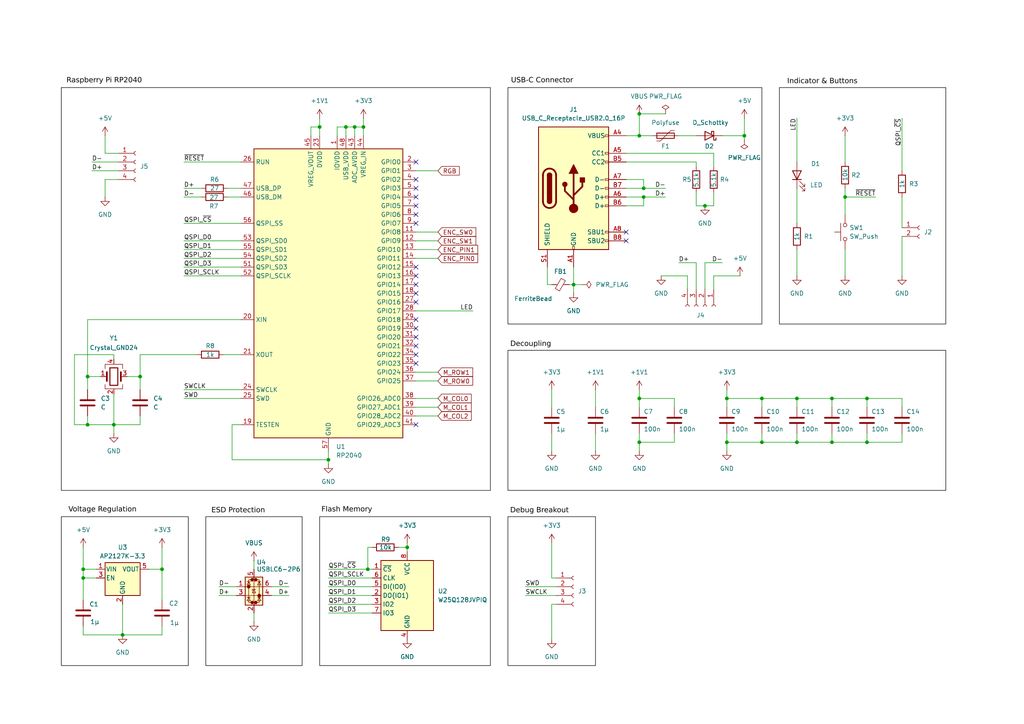
<source format=kicad_sch>
(kicad_sch (version 20231120) (generator "eeschema") (generator_version "8.0")
  (paper "A4")
  (title_block (title "HC Macropad") (date "2024-09-29") (rev "0.1.1") (company "Google") (comment 1 "Licensed under CERN-OHL-W v2") (comment 2 "Thanks to the work of Bastard Keyboards × plut0nium × freznel"))
  (lib_symbols
    (symbol "Connector:Conn_01x02_Socket" (pin_names (offset 1.016) hide)
      (property "Reference" "J" (at 0 2.54 0))
      (property "Value" "Conn_01x02_Socket" (at 0 -5.08 0))
      (symbol "Conn_01x02_Socket_1_1"
        (pin passive line (at -5.08 0 0) (length 3.81) (name "Pin_1") (number "1"))
        (pin passive line (at -5.08 -2.54 0) (length 3.81) (name "Pin_2") (number "2"))
      )
    )
    (symbol "Connector:Conn_01x04_Socket" (pin_names (offset 1.016) hide)
      (property "Reference" "J" (at 0 5.08 0))
      (property "Value" "Conn_01x04_Socket" (at 0 -7.62 0))
      (symbol "Conn_01x04_Socket_1_1"
        (pin passive line (at -5.08 2.54 0) (length 3.81) (name "Pin_1") (number "1"))
        (pin passive line (at -5.08 0 0) (length 3.81) (name "Pin_2") (number "2"))
        (pin passive line (at -5.08 -2.54 0) (length 3.81) (name "Pin_3") (number "3"))
        (pin passive line (at -5.08 -5.08 0) (length 3.81) (name "Pin_4") (number "4"))
      )
    )
    (symbol "Connector:USB_C_Receptacle_USB2.0_16P" (pin_names (offset 1.016))
      (property "Reference" "J" (at 0 22.225 0))
      (property "Value" "USB_C_Receptacle_USB2.0_16P" (at 0 19.685 0))
      (symbol "USB_C_Receptacle_USB2.0_16P_1_1"
        (pin passive line (at 0 -22.86 90) (length 5.08) (name "GND") (number "A1"))
        (pin passive line (at 0 -22.86 90) (length 5.08) hide (name "GND") (number "A12"))
        (pin passive line (at 15.24 15.24 180) (length 5.08) (name "VBUS") (number "A4"))
        (pin bidirectional line (at 15.24 10.16 180) (length 5.08) (name "CC1") (number "A5"))
        (pin bidirectional line (at 15.24 -2.54 180) (length 5.08) (name "D+") (number "A6"))
        (pin bidirectional line (at 15.24 2.54 180) (length 5.08) (name "D-") (number "A7"))
        (pin bidirectional line (at 15.24 -12.7 180) (length 5.08) (name "SBU1") (number "A8"))
        (pin passive line (at 15.24 15.24 180) (length 5.08) hide (name "VBUS") (number "A9"))
        (pin passive line (at 0 -22.86 90) (length 5.08) hide (name "GND") (number "B1"))
        (pin passive line (at 0 -22.86 90) (length 5.08) hide (name "GND") (number "B12"))
        (pin passive line (at 15.24 15.24 180) (length 5.08) hide (name "VBUS") (number "B4"))
        (pin bidirectional line (at 15.24 7.62 180) (length 5.08) (name "CC2") (number "B5"))
        (pin bidirectional line (at 15.24 -5.08 180) (length 5.08) (name "D+") (number "B6"))
        (pin bidirectional line (at 15.24 0 180) (length 5.08) (name "D-") (number "B7"))
        (pin bidirectional line (at 15.24 -15.24 180) (length 5.08) (name "SBU2") (number "B8"))
        (pin passive line (at 15.24 15.24 180) (length 5.08) hide (name "VBUS") (number "B9"))
        (pin passive line (at -7.62 -22.86 90) (length 5.08) (name "SHIELD") (number "S1"))
      )
    )
    (symbol "Device:C" (pin_numbers hide) (pin_names (offset 0.254))
      (property "Reference" "C" (at 0.635 2.54 0))
      (property "Value" "C" (at 0.635 -2.54 0))
      (symbol "C_1_1"
        (pin passive line (at 0 3.81 270) (length 2.794) (name "~") (number "1"))
        (pin passive line (at 0 -3.81 90) (length 2.794) (name "~") (number "2"))
      )
    )
    (symbol "Device:Crystal_GND24" (pin_names (offset 1.016) hide)
      (property "Reference" "Y" (at 3.175 5.08 0))
      (property "Value" "Crystal_GND24" (at 3.175 3.175 0))
      (symbol "Crystal_GND24_1_1"
        (pin passive line (at -3.81 0 0) (length 1.27) (name "1") (number "1"))
        (pin passive line (at 0 5.08 270) (length 1.27) (name "2") (number "2"))
        (pin passive line (at 3.81 0 180) (length 1.27) (name "3") (number "3"))
        (pin passive line (at 0 -5.08 90) (length 1.27) (name "4") (number "4"))
      )
    )
    (symbol "Device:D_Schottky" (pin_numbers hide) (pin_names (offset 1.016) hide)
      (property "Reference" "D" (at 0 2.54 0))
      (property "Value" "D_Schottky" (at 0 -2.54 0))
      (symbol "D_Schottky_1_1"
        (pin passive line (at -3.81 0 0) (length 2.54) (name "K") (number "1"))
        (pin passive line (at 3.81 0 180) (length 2.54) (name "A") (number "2"))
      )
    )
    (symbol "Device:FerriteBead_Small" (pin_numbers hide) (pin_names (offset 0))
      (property "Reference" "FB" (at 1.905 1.27 0))
      (property "Value" "FerriteBead_Small" (at 1.905 -1.27 0))
      (symbol "FerriteBead_Small_1_1"
        (pin passive line (at 0 2.54 270) (length 1.27) (name "~") (number "1"))
        (pin passive line (at 0 -2.54 90) (length 1.27) (name "~") (number "2"))
      )
    )
    (symbol "Device:LED" (pin_numbers hide) (pin_names (offset 1.016) hide)
      (property "Reference" "D" (at 0 2.54 0))
      (property "Value" "LED" (at 0 -2.54 0))
      (symbol "LED_1_1"
        (pin passive line (at -3.81 0 0) (length 2.54) (name "K") (number "1"))
        (pin passive line (at 3.81 0 180) (length 2.54) (name "A") (number "2"))
      )
    )
    (symbol "Device:Polyfuse" (pin_numbers hide) (pin_names (offset 0))
      (property "Reference" "F" (at -2.54 0 90))
      (property "Value" "Polyfuse" (at 2.54 0 90))
      (symbol "Polyfuse_1_1"
        (pin passive line (at 0 3.81 270) (length 1.27) (name "~") (number "1"))
        (pin passive line (at 0 -3.81 90) (length 1.27) (name "~") (number "2"))
      )
    )
    (symbol "Device:R" (pin_numbers hide) (pin_names (offset 0))
      (property "Reference" "R" (at 2.032 0 90))
      (property "Value" "R" (at 0 0 90))
      (symbol "R_1_1"
        (pin passive line (at 0 3.81 270) (length 1.27) (name "~") (number "1"))
        (pin passive line (at 0 -3.81 90) (length 1.27) (name "~") (number "2"))
      )
    )
    (symbol "MCU_RaspberryPi:RP2040"
      (property "Reference" "U" (at 17.78 45.72 0))
      (property "Value" "RP2040" (at 17.78 43.18 0))
      (symbol "RP2040_1_1"
        (pin power_in line (at 2.54 45.72 270) (length 3.81) (name "IOVDD") (number "1"))
        (pin passive line (at 2.54 45.72 270) (length 3.81) hide (name "IOVDD") (number "10"))
        (pin bidirectional line (at 25.4 17.78 180) (length 3.81) (name "GPIO8") (number "11"))
        (pin bidirectional line (at 25.4 15.24 180) (length 3.81) (name "GPIO9") (number "12"))
        (pin bidirectional line (at 25.4 12.7 180) (length 3.81) (name "GPIO10") (number "13"))
        (pin bidirectional line (at 25.4 10.16 180) (length 3.81) (name "GPIO11") (number "14"))
        (pin bidirectional line (at 25.4 7.62 180) (length 3.81) (name "GPIO12") (number "15"))
        (pin bidirectional line (at 25.4 5.08 180) (length 3.81) (name "GPIO13") (number "16"))
        (pin bidirectional line (at 25.4 2.54 180) (length 3.81) (name "GPIO14") (number "17"))
        (pin bidirectional line (at 25.4 0 180) (length 3.81) (name "GPIO15") (number "18"))
        (pin input line (at -25.4 -38.1 0) (length 3.81) (name "TESTEN") (number "19"))
        (pin bidirectional line (at 25.4 38.1 180) (length 3.81) (name "GPIO0") (number "2"))
        (pin input line (at -25.4 -7.62 0) (length 3.81) (name "XIN") (number "20"))
        (pin passive line (at -25.4 -17.78 0) (length 3.81) (name "XOUT") (number "21"))
        (pin passive line (at 2.54 45.72 270) (length 3.81) hide (name "IOVDD") (number "22"))
        (pin power_in line (at -2.54 45.72 270) (length 3.81) (name "DVDD") (number "23"))
        (pin input line (at -25.4 -27.94 0) (length 3.81) (name "SWCLK") (number "24"))
        (pin bidirectional line (at -25.4 -30.48 0) (length 3.81) (name "SWD") (number "25"))
        (pin input line (at -25.4 38.1 0) (length 3.81) (name "RUN") (number "26"))
        (pin bidirectional line (at 25.4 -2.54 180) (length 3.81) (name "GPIO16") (number "27"))
        (pin bidirectional line (at 25.4 -5.08 180) (length 3.81) (name "GPIO17") (number "28"))
        (pin bidirectional line (at 25.4 -7.62 180) (length 3.81) (name "GPIO18") (number "29"))
        (pin bidirectional line (at 25.4 35.56 180) (length 3.81) (name "GPIO1") (number "3"))
        (pin bidirectional line (at 25.4 -10.16 180) (length 3.81) (name "GPIO19") (number "30"))
        (pin bidirectional line (at 25.4 -12.7 180) (length 3.81) (name "GPIO20") (number "31"))
        (pin bidirectional line (at 25.4 -15.24 180) (length 3.81) (name "GPIO21") (number "32"))
        (pin passive line (at 2.54 45.72 270) (length 3.81) hide (name "IOVDD") (number "33"))
        (pin bidirectional line (at 25.4 -17.78 180) (length 3.81) (name "GPIO22") (number "34"))
        (pin bidirectional line (at 25.4 -20.32 180) (length 3.81) (name "GPIO23") (number "35"))
        (pin bidirectional line (at 25.4 -22.86 180) (length 3.81) (name "GPIO24") (number "36"))
        (pin bidirectional line (at 25.4 -25.4 180) (length 3.81) (name "GPIO25") (number "37"))
        (pin bidirectional line (at 25.4 -30.48 180) (length 3.81) (name "GPIO26_ADC0") (number "38"))
        (pin bidirectional line (at 25.4 -33.02 180) (length 3.81) (name "GPIO27_ADC1") (number "39"))
        (pin bidirectional line (at 25.4 33.02 180) (length 3.81) (name "GPIO2") (number "4"))
        (pin bidirectional line (at 25.4 -35.56 180) (length 3.81) (name "GPIO28_ADC2") (number "40"))
        (pin bidirectional line (at 25.4 -38.1 180) (length 3.81) (name "GPIO29_ADC3") (number "41"))
        (pin passive line (at 2.54 45.72 270) (length 3.81) hide (name "IOVDD") (number "42"))
        (pin power_in line (at 7.62 45.72 270) (length 3.81) (name "ADC_AVDD") (number "43"))
        (pin power_in line (at 10.16 45.72 270) (length 3.81) (name "VREG_IN") (number "44"))
        (pin power_out line (at -5.08 45.72 270) (length 3.81) (name "VREG_VOUT") (number "45"))
        (pin bidirectional line (at -25.4 27.94 0) (length 3.81) (name "USB_DM") (number "46"))
        (pin bidirectional line (at -25.4 30.48 0) (length 3.81) (name "USB_DP") (number "47"))
        (pin power_in line (at 5.08 45.72 270) (length 3.81) (name "USB_VDD") (number "48"))
        (pin passive line (at 2.54 45.72 270) (length 3.81) hide (name "IOVDD") (number "49"))
        (pin bidirectional line (at 25.4 30.48 180) (length 3.81) (name "GPIO3") (number "5"))
        (pin passive line (at -2.54 45.72 270) (length 3.81) hide (name "DVDD") (number "50"))
        (pin bidirectional line (at -25.4 7.62 0) (length 3.81) (name "QSPI_SD3") (number "51"))
        (pin output line (at -25.4 5.08 0) (length 3.81) (name "QSPI_SCLK") (number "52"))
        (pin bidirectional line (at -25.4 15.24 0) (length 3.81) (name "QSPI_SD0") (number "53"))
        (pin bidirectional line (at -25.4 10.16 0) (length 3.81) (name "QSPI_SD2") (number "54"))
        (pin bidirectional line (at -25.4 12.7 0) (length 3.81) (name "QSPI_SD1") (number "55"))
        (pin bidirectional line (at -25.4 20.32 0) (length 3.81) (name "QSPI_SS") (number "56"))
        (pin power_in line (at 0 -45.72 90) (length 3.81) (name "GND") (number "57"))
        (pin bidirectional line (at 25.4 27.94 180) (length 3.81) (name "GPIO4") (number "6"))
        (pin bidirectional line (at 25.4 25.4 180) (length 3.81) (name "GPIO5") (number "7"))
        (pin bidirectional line (at 25.4 22.86 180) (length 3.81) (name "GPIO6") (number "8"))
        (pin bidirectional line (at 25.4 20.32 180) (length 3.81) (name "GPIO7") (number "9"))
      )
    )
    (symbol "Memory_Flash:W25Q128JVS"
      (property "Reference" "U" (at -8.89 8.89 0))
      (property "Value" "W25Q128JVS" (at 7.62 8.89 0))
      (symbol "W25Q128JVS_1_1"
        (pin input line (at -10.16 7.62 0) (length 2.54) (name "~{CS}") (number "1"))
        (pin bidirectional line (at -10.16 0 0) (length 2.54) (name "DO(IO1)") (number "2"))
        (pin bidirectional line (at -10.16 -2.54 0) (length 2.54) (name "IO2") (number "3"))
        (pin power_in line (at 0 -12.7 90) (length 2.54) (name "GND") (number "4"))
        (pin bidirectional line (at -10.16 2.54 0) (length 2.54) (name "DI(IO0)") (number "5"))
        (pin input line (at -10.16 5.08 0) (length 2.54) (name "CLK") (number "6"))
        (pin bidirectional line (at -10.16 -5.08 0) (length 2.54) (name "IO3") (number "7"))
        (pin power_in line (at 0 12.7 270) (length 2.54) (name "VCC") (number "8"))
      )
    )
    (symbol "Power_Protection:USBLC6-2P6" (pin_names hide)
      (property "Reference" "U" (at 0.635 5.715 0))
      (property "Value" "USBLC6-2P6" (at 0.635 3.81 0))
      (symbol "USBLC6-2P6_1_1"
        (pin passive line (at -5.08 0 0) (length 2.54) (name "I/O1") (number "1"))
        (pin passive line (at 0 -7.62 90) (length 2.54) (name "GND") (number "2"))
        (pin passive line (at -5.08 -2.54 0) (length 2.54) (name "I/O2") (number "3"))
        (pin passive line (at 5.08 -2.54 180) (length 2.54) (name "I/O2") (number "4"))
        (pin passive line (at 0 5.08 270) (length 2.54) (name "VBUS") (number "5"))
        (pin passive line (at 5.08 0 180) (length 2.54) (name "I/O1") (number "6"))
      )
    )
    (symbol "Regulator_Linear:AP2127K-3.3" (pin_names (offset 0.254))
      (property "Reference" "U" (at -5.08 5.715 0))
      (property "Value" "AP2127K-3.3" (at 0 5.715 0))
      (symbol "AP2127K-3.3_1_1"
        (pin power_in line (at -7.62 2.54 0) (length 2.54) (name "VIN") (number "1"))
        (pin power_in line (at 0 -7.62 90) (length 2.54) (name "GND") (number "2"))
        (pin input line (at -7.62 0 0) (length 2.54) (name "EN") (number "3"))
        (pin no_connect line (at 5.08 0 180) (length 2.54) hide (name "NC") (number "4"))
        (pin power_out line (at 7.62 2.54 180) (length 2.54) (name "VOUT") (number "5"))
      )
    )
    (symbol "Switch:SW_Push" (pin_numbers hide) (pin_names (offset 1.016) hide)
      (property "Reference" "SW" (at 1.27 2.54 0))
      (property "Value" "SW_Push" (at 0 -1.524 0))
      (symbol "SW_Push_0_1"
        (pin passive line (at -5.08 0 0) (length 2.54) (name "1") (number "1"))
        (pin passive line (at 5.08 0 180) (length 2.54) (name "2") (number "2"))
      )
    )
    (symbol "power:+1V1" (power) (pin_numbers hide) (pin_names (offset 0) hide)
      (property "Value" "+1V1" (at 0 3.556 0))
      (symbol "+1V1_1_1"
        (pin power_in line (at 0 0 90) (length 0) (name "~") (number "1"))
      )
    )
    (symbol "power:+3V3" (power) (pin_numbers hide) (pin_names (offset 0) hide)
      (property "Value" "+3V3" (at 0 3.556 0))
      (symbol "+3V3_1_1"
        (pin power_in line (at 0 0 90) (length 0) (name "~") (number "1"))
      )
    )
    (symbol "power:+5V" (power) (pin_numbers hide) (pin_names (offset 0) hide)
      (property "Value" "+5V" (at 0 3.556 0))
      (symbol "+5V_1_1"
        (pin power_in line (at 0 0 90) (length 0) (name "~") (number "1"))
      )
    )
    (symbol "power:GND" (power) (pin_numbers hide) (pin_names (offset 0) hide)
      (property "Value" "GND" (at 0 -3.81 0))
      (symbol "GND_1_1"
        (pin power_in line (at 0 0 270) (length 0) (name "~") (number "1"))
      )
    )
    (symbol "power:PWR_FLAG" (power) (pin_numbers hide) (pin_names (offset 0) hide)
      (property "Value" "PWR_FLAG" (at 0 3.81 0))
      (symbol "PWR_FLAG_0_0"
        (pin power_out line (at 0 0 90) (length 0) (name "~") (number "1"))
      )
    )
    (symbol "power:VBUS" (power) (pin_numbers hide) (pin_names (offset 0) hide)
      (property "Value" "VBUS" (at 0 3.556 0))
      (symbol "VBUS_1_1"
        (pin power_in line (at 0 0 90) (length 0) (name "~") (number "1"))
      )
    )
  )
  (junction (at 185.42 39.37))
  (junction (at 33.02 123.19))
  (junction (at 251.46 115.57))
  (junction (at 100.33 36.83))
  (junction (at 185.42 115.57))
  (junction (at 46.99 165.1))
  (junction (at 106.68 165.1))
  (junction (at 118.11 158.75))
  (junction (at 231.14 128.27))
  (junction (at 35.56 184.15))
  (junction (at 185.42 33.02))
  (junction (at 210.82 115.57))
  (junction (at 166.37 82.55))
  (junction (at 220.98 128.27))
  (junction (at 185.42 128.27))
  (junction (at 25.4 123.19))
  (junction (at 95.25 133.35))
  (junction (at 105.41 36.83))
  (junction (at 25.4 109.22))
  (junction (at 40.64 109.22))
  (junction (at 24.13 167.64))
  (junction (at 215.9 39.37))
  (junction (at 245.11 57.15))
  (junction (at 102.87 36.83))
  (junction (at 186.69 57.15))
  (junction (at 220.98 115.57))
  (junction (at 92.71 36.83))
  (junction (at 231.14 115.57))
  (junction (at 210.82 128.27))
  (junction (at 204.47 59.69))
  (junction (at 251.46 128.27))
  (junction (at 241.3 115.57))
  (junction (at 24.13 165.1))
  (junction (at 241.3 128.27))
  (junction (at 186.69 54.61))
  (no_connect (at 120.65 100.33))
  (no_connect (at 120.65 105.41))
  (no_connect (at 120.65 82.55))
  (no_connect (at 120.65 46.99))
  (no_connect (at 120.65 85.09))
  (no_connect (at 120.65 123.19))
  (no_connect (at 120.65 87.63))
  (no_connect (at 120.65 92.71))
  (no_connect (at 120.65 57.15))
  (no_connect (at 120.65 95.25))
  (no_connect (at 120.65 77.47))
  (no_connect (at 120.65 80.01))
  (no_connect (at 120.65 54.61))
  (no_connect (at 181.61 67.31))
  (no_connect (at 120.65 62.23))
  (no_connect (at 120.65 97.79))
  (no_connect (at 120.65 52.07))
  (no_connect (at 120.65 102.87))
  (no_connect (at 120.65 64.77))
  (no_connect (at 120.65 59.69))
  (no_connect (at 181.61 69.85))
  (wire (pts (xy 210.82 128.27) (xy 210.82 130.81)))
  (wire (pts (xy 185.42 39.37) (xy 189.23 39.37)))
  (wire (pts (xy 33.02 123.19) (xy 33.02 125.73)))
  (wire (pts (xy 181.61 44.45) (xy 207.01 44.45)))
  (wire (pts (xy 53.34 77.47) (xy 69.85 77.47)))
  (wire (pts (xy 66.04 54.61) (xy 69.85 54.61)))
  (wire (pts (xy 193.04 33.02) (xy 185.42 33.02)))
  (wire (pts (xy 69.85 92.71) (xy 25.4 92.71)))
  (wire (pts (xy 24.13 167.64) (xy 27.94 167.64)))
  (wire (pts (xy 152.4 170.18) (xy 161.29 170.18)))
  (wire (pts (xy 186.69 54.61) (xy 193.04 54.61)))
  (wire (pts (xy 185.42 113.03) (xy 185.42 115.57)))
  (wire (pts (xy 185.42 115.57) (xy 185.42 118.11)))
  (wire (pts (xy 63.5 170.18) (xy 68.58 170.18)))
  (wire (pts (xy 166.37 77.47) (xy 166.37 82.55)))
  (wire (pts (xy 209.55 76.2) (xy 204.47 76.2)))
  (wire (pts (xy 46.99 158.75) (xy 46.99 165.1)))
  (wire (pts (xy 172.72 125.73) (xy 172.72 130.81)))
  (wire (pts (xy 100.33 39.37) (xy 100.33 36.83)))
  (wire (pts (xy 25.4 120.65) (xy 25.4 123.19)))
  (wire (pts (xy 160.02 113.03) (xy 160.02 118.11)))
  (wire (pts (xy 30.48 57.15) (xy 30.48 52.07)))
  (wire (pts (xy 207.01 80.01) (xy 214.63 80.01)))
  (wire (pts (xy 201.93 48.26) (xy 201.93 46.99)))
  (wire (pts (xy 115.57 158.75) (xy 118.11 158.75)))
  (wire (pts (xy 199.39 80.01) (xy 191.77 80.01)))
  (wire (pts (xy 95.25 177.8) (xy 107.95 177.8)))
  (wire (pts (xy 40.64 102.87) (xy 40.64 109.22)))
  (wire (pts (xy 78.74 172.72) (xy 83.82 172.72)))
  (wire (pts (xy 166.37 82.55) (xy 166.37 85.09)))
  (wire (pts (xy 196.85 39.37) (xy 201.93 39.37)))
  (wire (pts (xy 95.25 175.26) (xy 107.95 175.26)))
  (wire (pts (xy 152.4 172.72) (xy 161.29 172.72)))
  (wire (pts (xy 251.46 115.57) (xy 241.3 115.57)))
  (wire (pts (xy 33.02 114.3) (xy 33.02 123.19)))
  (wire (pts (xy 40.64 109.22) (xy 40.64 113.03)))
  (wire (pts (xy 21.59 102.87) (xy 21.59 123.19)))
  (wire (pts (xy 25.4 123.19) (xy 21.59 123.19)))
  (wire (pts (xy 261.62 68.58) (xy 261.62 80.01)))
  (wire (pts (xy 90.17 39.37) (xy 90.17 36.83)))
  (wire (pts (xy 181.61 57.15) (xy 186.69 57.15)))
  (wire (pts (xy 231.14 34.29) (xy 231.14 46.99)))
  (wire (pts (xy 24.13 165.1) (xy 24.13 167.64)))
  (wire (pts (xy 33.02 123.19) (xy 40.64 123.19)))
  (wire (pts (xy 26.67 49.53) (xy 34.29 49.53)))
  (wire (pts (xy 195.58 118.11) (xy 195.58 115.57)))
  (wire (pts (xy 186.69 57.15) (xy 193.04 57.15)))
  (wire (pts (xy 120.65 118.11) (xy 127 118.11)))
  (wire (pts (xy 245.11 54.61) (xy 245.11 57.15)))
  (wire (pts (xy 160.02 175.26) (xy 160.02 185.42)))
  (wire (pts (xy 67.31 133.35) (xy 95.25 133.35)))
  (wire (pts (xy 120.65 69.85) (xy 127 69.85)))
  (wire (pts (xy 53.34 54.61) (xy 58.42 54.61)))
  (wire (pts (xy 102.87 39.37) (xy 102.87 36.83)))
  (wire (pts (xy 95.25 172.72) (xy 107.95 172.72)))
  (wire (pts (xy 30.48 52.07) (xy 34.29 52.07)))
  (wire (pts (xy 24.13 181.61) (xy 24.13 184.15)))
  (wire (pts (xy 120.65 90.17) (xy 137.16 90.17)))
  (wire (pts (xy 261.62 115.57) (xy 251.46 115.57)))
  (wire (pts (xy 35.56 184.15) (xy 46.99 184.15)))
  (wire (pts (xy 25.4 92.71) (xy 25.4 109.22)))
  (wire (pts (xy 158.75 82.55) (xy 160.02 82.55)))
  (wire (pts (xy 185.42 128.27) (xy 185.42 130.81)))
  (wire (pts (xy 120.65 49.53) (xy 127 49.53)))
  (wire (pts (xy 207.01 83.82) (xy 207.01 80.01)))
  (wire (pts (xy 251.46 125.73) (xy 251.46 128.27)))
  (wire (pts (xy 53.34 69.85) (xy 69.85 69.85)))
  (wire (pts (xy 220.98 115.57) (xy 220.98 118.11)))
  (wire (pts (xy 158.75 77.47) (xy 158.75 82.55)))
  (wire (pts (xy 40.64 123.19) (xy 40.64 120.65)))
  (wire (pts (xy 24.13 184.15) (xy 35.56 184.15)))
  (wire (pts (xy 67.31 123.19) (xy 67.31 133.35)))
  (wire (pts (xy 210.82 115.57) (xy 210.82 118.11)))
  (wire (pts (xy 195.58 115.57) (xy 185.42 115.57)))
  (wire (pts (xy 204.47 59.69) (xy 207.01 59.69)))
  (wire (pts (xy 53.34 115.57) (xy 69.85 115.57)))
  (wire (pts (xy 231.14 115.57) (xy 220.98 115.57)))
  (wire (pts (xy 245.11 72.39) (xy 245.11 80.01)))
  (wire (pts (xy 261.62 57.15) (xy 261.62 66.04)))
  (wire (pts (xy 46.99 184.15) (xy 46.99 181.61)))
  (wire (pts (xy 92.71 34.29) (xy 92.71 36.83)))
  (wire (pts (xy 90.17 36.83) (xy 92.71 36.83)))
  (wire (pts (xy 210.82 125.73) (xy 210.82 128.27)))
  (wire (pts (xy 160.02 157.48) (xy 160.02 167.64)))
  (wire (pts (xy 24.13 167.64) (xy 24.13 173.99)))
  (wire (pts (xy 118.11 157.48) (xy 118.11 158.75)))
  (wire (pts (xy 120.65 72.39) (xy 127 72.39)))
  (wire (pts (xy 245.11 57.15) (xy 254 57.15)))
  (wire (pts (xy 201.93 59.69) (xy 201.93 55.88)))
  (wire (pts (xy 220.98 128.27) (xy 210.82 128.27)))
  (wire (pts (xy 78.74 170.18) (xy 83.82 170.18)))
  (wire (pts (xy 43.18 165.1) (xy 46.99 165.1)))
  (wire (pts (xy 241.3 115.57) (xy 241.3 118.11)))
  (wire (pts (xy 25.4 113.03) (xy 25.4 109.22)))
  (wire (pts (xy 261.62 118.11) (xy 261.62 115.57)))
  (wire (pts (xy 161.29 175.26) (xy 160.02 175.26)))
  (wire (pts (xy 73.66 177.8) (xy 73.66 180.34)))
  (wire (pts (xy 40.64 102.87) (xy 57.15 102.87)))
  (wire (pts (xy 73.66 162.56) (xy 73.66 165.1)))
  (wire (pts (xy 261.62 34.29) (xy 261.62 49.53)))
  (wire (pts (xy 106.68 165.1) (xy 107.95 165.1)))
  (wire (pts (xy 33.02 102.87) (xy 33.02 104.14)))
  (wire (pts (xy 172.72 113.03) (xy 172.72 118.11)))
  (wire (pts (xy 181.61 52.07) (xy 186.69 52.07)))
  (wire (pts (xy 97.79 36.83) (xy 100.33 36.83)))
  (wire (pts (xy 166.37 82.55) (xy 168.91 82.55)))
  (wire (pts (xy 185.42 33.02) (xy 185.42 39.37)))
  (wire (pts (xy 231.14 54.61) (xy 231.14 64.77)))
  (wire (pts (xy 120.65 115.57) (xy 127 115.57)))
  (wire (pts (xy 53.34 113.03) (xy 69.85 113.03)))
  (wire (pts (xy 105.41 36.83) (xy 105.41 39.37)))
  (wire (pts (xy 181.61 59.69) (xy 186.69 59.69)))
  (wire (pts (xy 160.02 125.73) (xy 160.02 130.81)))
  (wire (pts (xy 53.34 46.99) (xy 69.85 46.99)))
  (wire (pts (xy 26.67 46.99) (xy 34.29 46.99)))
  (wire (pts (xy 66.04 57.15) (xy 69.85 57.15)))
  (wire (pts (xy 215.9 39.37) (xy 215.9 40.64)))
  (wire (pts (xy 36.83 109.22) (xy 40.64 109.22)))
  (wire (pts (xy 207.01 59.69) (xy 207.01 55.88)))
  (wire (pts (xy 95.25 133.35) (xy 95.25 134.62)))
  (wire (pts (xy 30.48 39.37) (xy 30.48 44.45)))
  (wire (pts (xy 46.99 165.1) (xy 46.99 173.99)))
  (wire (pts (xy 53.34 80.01) (xy 69.85 80.01)))
  (wire (pts (xy 251.46 115.57) (xy 251.46 118.11)))
  (wire (pts (xy 105.41 34.29) (xy 105.41 36.83)))
  (wire (pts (xy 53.34 64.77) (xy 69.85 64.77)))
  (wire (pts (xy 204.47 59.69) (xy 201.93 59.69)))
  (wire (pts (xy 196.85 76.2) (xy 201.93 76.2)))
  (wire (pts (xy 220.98 125.73) (xy 220.98 128.27)))
  (wire (pts (xy 53.34 72.39) (xy 69.85 72.39)))
  (wire (pts (xy 95.25 167.64) (xy 107.95 167.64)))
  (wire (pts (xy 207.01 44.45) (xy 207.01 48.26)))
  (wire (pts (xy 185.42 125.73) (xy 185.42 128.27)))
  (wire (pts (xy 231.14 125.73) (xy 231.14 128.27)))
  (wire (pts (xy 64.77 102.87) (xy 69.85 102.87)))
  (wire (pts (xy 204.47 76.2) (xy 204.47 83.82)))
  (wire (pts (xy 181.61 46.99) (xy 201.93 46.99)))
  (wire (pts (xy 209.55 39.37) (xy 215.9 39.37)))
  (wire (pts (xy 35.56 175.26) (xy 35.56 184.15)))
  (wire (pts (xy 120.65 120.65) (xy 127 120.65)))
  (wire (pts (xy 261.62 125.73) (xy 261.62 128.27)))
  (wire (pts (xy 160.02 167.64) (xy 161.29 167.64)))
  (wire (pts (xy 24.13 158.75) (xy 24.13 165.1)))
  (wire (pts (xy 107.95 158.75) (xy 106.68 158.75)))
  (wire (pts (xy 30.48 44.45) (xy 34.29 44.45)))
  (wire (pts (xy 210.82 113.03) (xy 210.82 115.57)))
  (wire (pts (xy 95.25 170.18) (xy 107.95 170.18)))
  (wire (pts (xy 245.11 39.37) (xy 245.11 46.99)))
  (wire (pts (xy 231.14 128.27) (xy 220.98 128.27)))
  (wire (pts (xy 106.68 158.75) (xy 106.68 165.1)))
  (wire (pts (xy 24.13 165.1) (xy 27.94 165.1)))
  (wire (pts (xy 120.65 74.93) (xy 127 74.93)))
  (wire (pts (xy 120.65 110.49) (xy 127 110.49)))
  (wire (pts (xy 215.9 39.37) (xy 215.9 34.29)))
  (wire (pts (xy 186.69 52.07) (xy 186.69 54.61)))
  (wire (pts (xy 95.25 165.1) (xy 106.68 165.1)))
  (wire (pts (xy 118.11 158.75) (xy 118.11 160.02)))
  (wire (pts (xy 95.25 130.81) (xy 95.25 133.35)))
  (wire (pts (xy 231.14 72.39) (xy 231.14 80.01)))
  (wire (pts (xy 97.79 39.37) (xy 97.79 36.83)))
  (wire (pts (xy 25.4 109.22) (xy 29.21 109.22)))
  (wire (pts (xy 195.58 125.73) (xy 195.58 128.27)))
  (wire (pts (xy 69.85 123.19) (xy 67.31 123.19)))
  (wire (pts (xy 201.93 76.2) (xy 201.93 83.82)))
  (wire (pts (xy 165.1 82.55) (xy 166.37 82.55)))
  (wire (pts (xy 181.61 54.61) (xy 186.69 54.61)))
  (wire (pts (xy 186.69 59.69) (xy 186.69 57.15)))
  (wire (pts (xy 53.34 57.15) (xy 58.42 57.15)))
  (wire (pts (xy 245.11 57.15) (xy 245.11 62.23)))
  (wire (pts (xy 241.3 115.57) (xy 231.14 115.57)))
  (wire (pts (xy 181.61 39.37) (xy 185.42 39.37)))
  (wire (pts (xy 195.58 128.27) (xy 185.42 128.27)))
  (wire (pts (xy 63.5 172.72) (xy 68.58 172.72)))
  (wire (pts (xy 261.62 128.27) (xy 251.46 128.27)))
  (wire (pts (xy 231.14 115.57) (xy 231.14 118.11)))
  (wire (pts (xy 241.3 128.27) (xy 231.14 128.27)))
  (wire (pts (xy 100.33 36.83) (xy 102.87 36.83)))
  (wire (pts (xy 92.71 36.83) (xy 92.71 39.37)))
  (wire (pts (xy 25.4 123.19) (xy 33.02 123.19)))
  (wire (pts (xy 120.65 107.95) (xy 127 107.95)))
  (wire (pts (xy 251.46 128.27) (xy 241.3 128.27)))
  (wire (pts (xy 21.59 102.87) (xy 33.02 102.87)))
  (wire (pts (xy 220.98 115.57) (xy 210.82 115.57)))
  (wire (pts (xy 102.87 36.83) (xy 105.41 36.83)))
  (wire (pts (xy 120.65 67.31) (xy 127 67.31)))
  (wire (pts (xy 241.3 125.73) (xy 241.3 128.27)))
  (wire (pts (xy 199.39 83.82) (xy 199.39 80.01)))
  (wire (pts (xy 53.34 74.93) (xy 69.85 74.93)))
  (rectangle (start 147.32 101.6) (end 274.32 142.24) (stroke (width 0) (color 0 0 0 1)))
  (rectangle (start 226.06 25.4) (end 274.32 93.98) (stroke (width 0) (color 0 0 0 1)))
  (rectangle (start 17.78 25.4) (end 142.24 142.24) (stroke (width 0) (color 0 0 0 1)))
  (rectangle (start 17.78 149.86) (end 54.61 193.04) (stroke (width 0) (color 0 0 0 1)))
  (rectangle (start 147.32 149.86) (end 172.72 193.04) (stroke (width 0) (color 0 0 0 1)))
  (rectangle (start 92.71 149.86) (end 142.24 193.04) (stroke (width 0) (color 0 0 0 1)))
  (rectangle (start 59.69 149.86) (end 87.63 193.04) (stroke (width 0) (color 0 0 0 1)))
  (rectangle (start 147.32 25.4) (end 220.98 93.98) (stroke (width 0) (color 0 0 0 1)))
  (text "Indicator & Buttons" (at 238.506 24.13 0) (effects (font (size 1.5 1.5))))
  (text "Voltage Regulation" (at 29.718 148.336 0) (effects (font (size 1.5 1.5))))
  (text "Flash Memory" (at 100.584 148.336 0) (effects (font (size 1.5 1.5))))
  (text "Raspberry Pi RP2040" (at 30.226 23.876 0) (effects (font (size 1.5 1.5))))
  (text "Decoupling" (at 153.924 100.33 0) (effects (font (size 1.5 1.5))))
  (text "ESD Protection" (at 69.088 148.59 0) (effects (font (size 1.5 1.5))))
  (text "Debug Breakout" (at 156.464 148.59 0) (effects (font (size 1.5 1.5))))
  (text "USB-C Connector" (at 157.226 23.876 0) (effects (font (size 1.5 1.5))))
  (label "D-" (at 83.82 170.18 180))
  (label "QSPI_D1" (at 53.34 72.39 0))
  (label "D-" (at 26.67 46.99 0))
  (label "SWCLK" (at 152.4 172.72 0))
  (label "D+" (at 193.04 57.15 180))
  (label "SWD" (at 152.4 170.18 0))
  (label "QSPI_D2" (at 95.25 175.26 0))
  (label "D-" (at 53.34 57.15 0))
  (label "QSPI_~{CS}" (at 95.25 165.1 0))
  (label "LED" (at 137.16 90.17 180))
  (label "D+" (at 53.34 54.61 0))
  (label "QSPI_~{CS}" (at 53.34 64.77 0))
  (label "~{RESET}" (at 254 57.15 180))
  (label "QSPI_SCLK" (at 53.34 80.01 0))
  (label "D+" (at 63.5 172.72 0))
  (label "QSPI_D3" (at 95.25 177.8 0))
  (label "QSPI_D0" (at 95.25 170.18 0))
  (label "QSPI_D2" (at 53.34 74.93 0))
  (label "D-" (at 193.04 54.61 180))
  (label "LED" (at 231.14 34.29 270))
  (label "D-" (at 63.5 170.18 0))
  (label "D+" (at 196.85 76.2 0))
  (label "QSPI_SCLK" (at 95.25 167.64 0))
  (label "D+" (at 83.82 172.72 180))
  (label "QSPI_~{CS}" (at 261.62 34.29 270))
  (label "D-" (at 209.55 76.2 180))
  (label "~{RESET}" (at 53.34 46.99 0))
  (label "SWCLK" (at 53.34 113.03 0))
  (label "QSPI_D1" (at 95.25 172.72 0))
  (label "QSPI_D3" (at 53.34 77.47 0))
  (label "SWD" (at 53.34 115.57 0))
  (label "D+" (at 26.67 49.53 0))
  (label "QSPI_D0" (at 53.34 69.85 0))
  (global_label "M_COL1" (shape input) (at 127 118.11 0) (property "Intersheetrefs" "${INTERSHEET_REFS}" (effects (hide yes))))
  (global_label "M_COL2" (shape input) (at 127 120.65 0) (property "Intersheetrefs" "${INTERSHEET_REFS}" (effects (hide yes))))
  (global_label "M_ROW0" (shape input) (at 127 110.49 0) (property "Intersheetrefs" "${INTERSHEET_REFS}" (effects (hide yes))))
  (global_label "ENC_PIN1" (shape input) (at 127 72.39 0) (property "Intersheetrefs" "${INTERSHEET_REFS}" (effects (hide yes))))
  (global_label "ENC_PIN0" (shape input) (at 127 74.93 0) (property "Intersheetrefs" "${INTERSHEET_REFS}" (effects (hide yes))))
  (global_label "M_ROW1" (shape input) (at 127 107.95 0) (property "Intersheetrefs" "${INTERSHEET_REFS}" (effects (hide yes))))
  (global_label "ENC_SW1" (shape input) (at 127 69.85 0) (property "Intersheetrefs" "${INTERSHEET_REFS}" (effects (hide yes))))
  (global_label "RGB" (shape input) (at 127 49.53 0) (property "Intersheetrefs" "${INTERSHEET_REFS}" (effects (hide yes))))
  (global_label "M_COL0" (shape input) (at 127 115.57 0) (property "Intersheetrefs" "${INTERSHEET_REFS}" (effects (hide yes))))
  (global_label "ENC_SW0" (shape input) (at 127 67.31 0) (property "Intersheetrefs" "${INTERSHEET_REFS}" (effects (hide yes))))
  (symbol (lib_id "power:+1V1") (at 172.72 113.03 0) (unit 1)
    (property "Reference" "#PWR030" (effects (hide yes)))
    (property "Value" "+1V1" (at 172.72 107.95 0))
    (property "Description" "Power symbol creates a global label with name \"+1V1\"" (effects (hide yes)))
  )
  (symbol (lib_id "power:+5V") (at 214.63 80.01 0) (unit 1)
    (property "Reference" "#PWR02" (effects (hide yes)))
    (property "Value" "+5V" (at 214.63 74.93 0))
    (property "Description" "Power symbol creates a global label with name \"+5V\"" (effects (hide yes)))
  )
  (symbol (lib_id "power:GND") (at 261.62 80.01 0) (unit 1)
    (property "Reference" "#PWR036" (effects (hide yes)))
    (property "Value" "GND" (at 261.62 85.09 0))
    (property "Description" "Power symbol creates a global label with name \"GND\" , ground" (effects (hide yes)))
  )
  (symbol (lib_id "power:GND") (at 172.72 130.81 0) (unit 1)
    (property "Reference" "#PWR025" (effects (hide yes)))
    (property "Value" "GND" (at 172.72 135.89 0))
    (property "Description" "Power symbol creates a global label with name \"GND\" , ground" (effects (hide yes)))
  )
  (symbol (lib_id "Device:R") (at 261.62 53.34 0) (unit 1)
    (property "Reference" "R3" (at 263.652 53.34 0) (effects (justify left)))
    (property "Value" "1k" (at 261.62 54.61 90) (effects (justify left)))
    (property "Footprint" "Resistor_SMD:R_0402_1005Metric" (effects (hide yes)))
    (property "Description" "Resistor" (effects (hide yes)))
    (property "LCSC" "C11702" (effects (hide yes)))
  )
  (symbol (lib_id "Device:R") (at 201.93 52.07 0) (unit 1)
    (property "Reference" "R5" (at 197.866 52.07 0) (effects (justify left)))
    (property "Value" "5.1k" (at 201.93 54.356 90) (effects (justify left)))
    (property "Footprint" "Resistor_SMD:R_0402_1005Metric" (effects (hide yes)))
    (property "Description" "Resistor" (effects (hide yes)))
    (property "LCSC" "C25905" (effects (hide yes)))
  )
  (symbol (lib_id "power:+5V") (at 30.48 39.37 0) (unit 1)
    (property "Reference" "#PWR08" (effects (hide yes)))
    (property "Value" "+5V" (at 30.48 34.29 0))
    (property "Description" "Power symbol creates a global label with name \"+5V\"" (effects (hide yes)))
  )
  (symbol (lib_id "power:VBUS") (at 185.42 33.02 0) (unit 1)
    (property "Reference" "#PWR019" (effects (hide yes)))
    (property "Value" "VBUS" (at 185.42 27.94 0))
    (property "Description" "Power symbol creates a global label with name \"VBUS\"" (effects (hide yes)))
  )
  (symbol (lib_id "power:VBUS") (at 73.66 162.56 0) (unit 1)
    (property "Reference" "#PWR033" (effects (hide yes)))
    (property "Value" "VBUS" (at 73.66 157.48 0))
    (property "Description" "Power symbol creates a global label with name \"VBUS\"" (effects (hide yes)))
  )
  (symbol (lib_id "Device:C") (at 251.46 121.92 0) (unit 1)
    (property "Reference" "C13" (at 252.73 119.38 0) (effects (justify left)))
    (property "Value" "100n" (at 252.73 124.46 0) (effects (justify left)))
    (property "Footprint" "Capacitor_SMD:C_0402_1005Metric" (effects (hide yes)))
    (property "Description" "Unpolarized capacitor" (effects (hide yes)))
    (property "LCSC" "C1525" (effects (hide yes)))
  )
  (symbol (lib_id "power:+3V3") (at 46.99 158.75 0) (unit 1)
    (property "Reference" "#PWR022" (effects (hide yes)))
    (property "Value" "+3V3" (at 46.99 153.67 0))
    (property "Description" "Power symbol creates a global label with name \"+3V3\"" (effects (hide yes)))
  )
  (symbol (lib_id "Device:C") (at 210.82 121.92 0) (unit 1)
    (property "Reference" "C9" (at 212.09 119.38 0) (effects (justify left)))
    (property "Value" "100n" (at 212.09 124.46 0) (effects (justify left)))
    (property "Footprint" "Capacitor_SMD:C_0402_1005Metric" (effects (hide yes)))
    (property "Description" "Unpolarized capacitor" (effects (hide yes)))
    (property "LCSC" "C1525" (effects (hide yes)))
  )
  (symbol (lib_id "power:GND") (at 160.02 185.42 0) (unit 1)
    (property "Reference" "#PWR041" (effects (hide yes)))
    (property "Value" "GND" (at 160.02 190.5 0))
    (property "Description" "Power symbol creates a global label with name \"GND\" , ground" (effects (hide yes)))
  )
  (symbol (lib_id "Device:R") (at 245.11 50.8 0) (unit 1)
    (property "Reference" "R2" (at 246.888 50.8 0) (effects (justify left)))
    (property "Value" "10k" (at 245.11 52.578 90) (effects (justify left)))
    (property "Footprint" "Resistor_SMD:R_0402_1005Metric" (effects (hide yes)))
    (property "Description" "Resistor" (effects (hide yes)))
    (property "LCSC" "C25744" (effects (hide yes)))
  )
  (symbol (lib_id "Device:R") (at 62.23 54.61 90) (unit 1)
    (property "Reference" "R6" (at 62.23 52.07 90))
    (property "Value" "27" (at 62.23 54.61 90))
    (property "Footprint" "Resistor_SMD:R_0402_1005Metric" (effects (hide yes)))
    (property "Description" "Resistor" (effects (hide yes)))
    (property "LCSC" "C25100" (effects (hide yes)))
  )
  (symbol (lib_id "Connector:Conn_01x04_Socket") (at 204.47 88.9 270) (unit 1)
    (property "Reference" "J4" (at 203.2 91.44 90))
    (property "Value" "Conn_01x04_Socket" (effects (hide yes)))
    (property "Footprint" "Connector_PinHeader_2.54mm:PinHeader_1x04_P2.54mm_Vertical" (effects (hide yes)))
    (property "Description" "Generic connector, single row, 01x04, script generated" (effects (hide yes)))
  )
  (symbol (lib_id "power:GND") (at 35.56 184.15 0) (unit 1)
    (property "Reference" "#PWR023" (effects (hide yes)))
    (property "Value" "GND" (at 35.56 189.23 0))
    (property "Description" "Power symbol creates a global label with name \"GND\" , ground" (effects (hide yes)))
  )
  (symbol (lib_id "Connector:Conn_01x02_Socket") (at 266.7 66.04 0) (unit 1)
    (property "Reference" "J2" (at 267.97 67.31 0) (effects (justify left)))
    (property "Value" "Conn_01x02_Socket" (effects (hide yes)))
    (property "Footprint" "Connector_PinHeader_1.27mm:PinHeader_1x02_P1.27mm_Vertical" (effects (hide yes)))
    (property "Description" "Generic connector, single row, 01x02, script generated" (effects (hide yes)))
  )
  (symbol (lib_id "Memory_Flash:W25Q128JVS") (at 118.11 172.72 0) (unit 1)
    (property "Reference" "U2" (at 127 171.45 0) (effects (justify left)))
    (property "Value" "W25Q128JVPIQ" (at 127 173.99 0) (effects (justify left)))
    (property "Footprint" "Package_SON:WSON-8-1EP_6x5mm_P1.27mm_EP3.4x4.3mm" (effects (hide yes)))
    (property "Datasheet" "http://www.winbond.com/resource-files/w25q128jv_dtr%20revc%2003272018%20plus.pdf" (effects (hide yes)))
    (property "Description" "128Mb Serial Flash Memory, Standard/Dual/Quad SPI, SOIC-8" (effects (hide yes)))
    (property "LCSC" "C190862" (effects (hide yes)))
  )
  (symbol (lib_id "Device:R") (at 207.01 52.07 0) (unit 1)
    (property "Reference" "R4" (at 208.788 52.07 0) (effects (justify left)))
    (property "Value" "5.1k" (at 207.01 54.356 90) (effects (justify left)))
    (property "Footprint" "Resistor_SMD:R_0402_1005Metric" (effects (hide yes)))
    (property "Description" "Resistor" (effects (hide yes)))
    (property "LCSC" "C25905" (effects (hide yes)))
  )
  (symbol (lib_id "Device:R") (at 62.23 57.15 90) (unit 1)
    (property "Reference" "R7" (at 63.373 59.817 90) (effects (justify left)))
    (property "Value" "27" (at 63.373 57.277 90) (effects (justify left)))
    (property "Footprint" "Resistor_SMD:R_0402_1005Metric" (effects (hide yes)))
    (property "Description" "Resistor" (effects (hide yes)))
    (property "LCSC" "C25100" (effects (hide yes)))
  )
  (symbol (lib_id "power:+1V1") (at 92.71 34.29 0) (unit 1)
    (property "Reference" "#PWR016" (effects (hide yes)))
    (property "Value" "+1V1" (at 92.71 29.21 0))
    (property "Description" "Power symbol creates a global label with name \"+1V1\"" (effects (hide yes)))
  )
  (symbol (lib_id "power:PWR_FLAG") (at 215.9 40.64 0) (mirror x) (unit 1)
    (property "Reference" "#FLG02" (effects (hide yes)))
    (property "Value" "PWR_FLAG" (at 215.9 45.72 0))
    (property "Description" "Special symbol for telling ERC where power comes from" (effects (hide yes)))
  )
  (symbol (lib_id "Device:C") (at 46.99 177.8 0) (unit 1)
    (property "Reference" "C2" (at 49.022 175.006 0) (effects (justify left)))
    (property "Value" "1µ" (at 49.276 180.594 0) (effects (justify left)))
    (property "Footprint" "Capacitor_SMD:C_0603_1608Metric" (effects (hide yes)))
    (property "Description" "Unpolarized capacitor" (effects (hide yes)))
    (property "LCSC" "C19666" (effects (hide yes)))
  )
  (symbol (lib_id "power:GND") (at 118.11 185.42 0) (unit 1)
    (property "Reference" "#PWR039" (effects (hide yes)))
    (property "Value" "GND" (at 118.11 190.5 0))
    (property "Description" "Power symbol creates a global label with name \"GND\" , ground" (effects (hide yes)))
  )
  (symbol (lib_id "power:GND") (at 245.11 80.01 0) (unit 1)
    (property "Reference" "#PWR035" (effects (hide yes)))
    (property "Value" "GND" (at 245.11 85.09 0))
    (property "Description" "Power symbol creates a global label with name \"GND\" , ground" (effects (hide yes)))
  )
  (symbol (lib_id "Device:D_Schottky") (at 205.74 39.37 180) (unit 1)
    (property "Reference" "D2" (at 205.74 42.418 0))
    (property "Value" "D_Schottky" (at 206.0575 35.56 0))
    (property "Footprint" "Diode_SMD:D_SOD-323" (effects (hide yes)))
    (property "Description" "Schottky diode" (effects (hide yes)))
    (property "LCSC" "C123899" (effects (hide yes)))
  )
  (symbol (lib_id "Connector:Conn_01x04_Socket") (at 166.37 170.18 0) (unit 1)
    (property "Reference" "J3" (at 167.64 171.45 0) (effects (justify left)))
    (property "Value" "Conn_01x04_Socket" (effects (hide yes)))
    (property "Footprint" "Connector_PinHeader_2.54mm:PinHeader_1x04_P2.54mm_Vertical" (effects (hide yes)))
    (property "Description" "Generic connector, single row, 01x04, script generated" (effects (hide yes)))
  )
  (symbol (lib_id "Device:C") (at 241.3 121.92 0) (unit 1)
    (property "Reference" "C12" (at 242.57 119.38 0) (effects (justify left)))
    (property "Value" "100n" (at 242.57 124.46 0) (effects (justify left)))
    (property "Footprint" "Capacitor_SMD:C_0402_1005Metric" (effects (hide yes)))
    (property "Description" "Unpolarized capacitor" (effects (hide yes)))
    (property "LCSC" "C1525" (effects (hide yes)))
  )
  (symbol (lib_id "Connector:Conn_01x04_Socket") (at 39.37 46.99 0) (unit 1)
    (property "Reference" "J5" (at 40.64 48.26 0) (effects (justify left)))
    (property "Value" "Conn_01x04_Socket" (effects (hide yes)))
    (property "Footprint" "Connector_PinHeader_2.54mm:PinHeader_1x04_P2.54mm_Vertical" (effects (hide yes)))
    (property "Description" "Generic connector, single row, 01x04, script generated" (effects (hide yes)))
  )
  (symbol (lib_id "power:GND") (at 73.66 180.34 0) (unit 1)
    (property "Reference" "#PWR032" (effects (hide yes)))
    (property "Value" "GND" (at 73.66 185.42 0))
    (property "Description" "Power symbol creates a global label with name \"GND\" , ground" (effects (hide yes)))
  )
  (symbol (lib_id "power:GND") (at 33.02 125.73 0) (unit 1)
    (property "Reference" "#PWR013" (effects (hide yes)))
    (property "Value" "GND" (at 33.02 130.81 0))
    (property "Description" "Power symbol creates a global label with name \"GND\" , ground" (effects (hide yes)))
  )
  (symbol (lib_id "power:+3V3") (at 105.41 34.29 0) (unit 1)
    (property "Reference" "#PWR015" (effects (hide yes)))
    (property "Value" "+3V3" (at 105.41 29.21 0))
    (property "Description" "Power symbol creates a global label with name \"+3V3\"" (effects (hide yes)))
  )
  (symbol (lib_id "power:GND") (at 191.77 80.01 0) (unit 1)
    (property "Reference" "#PWR03" (effects (hide yes)))
    (property "Value" "GND" (at 191.77 85.09 0))
    (property "Description" "Power symbol creates a global label with name \"GND\" , ground" (effects (hide yes)))
  )
  (symbol (lib_id "power:GND") (at 210.82 130.81 0) (unit 1)
    (property "Reference" "#PWR027" (effects (hide yes)))
    (property "Value" "GND" (at 210.82 135.89 0))
    (property "Description" "Power symbol creates a global label with name \"GND\" , ground" (effects (hide yes)))
  )
  (symbol (lib_id "power:PWR_FLAG") (at 193.04 33.02 0) (unit 1)
    (property "Reference" "#FLG01" (effects (hide yes)))
    (property "Value" "PWR_FLAG" (at 193.04 27.94 0))
    (property "Description" "Special symbol for telling ERC where power comes from" (effects (hide yes)))
  )
  (symbol (lib_id "Device:C") (at 231.14 121.92 0) (unit 1)
    (property "Reference" "C11" (at 232.41 119.38 0) (effects (justify left)))
    (property "Value" "100n" (at 232.41 124.46 0) (effects (justify left)))
    (property "Footprint" "Capacitor_SMD:C_0402_1005Metric" (effects (hide yes)))
    (property "Description" "Unpolarized capacitor" (effects (hide yes)))
    (property "LCSC" "C1525" (effects (hide yes)))
  )
  (symbol (lib_id "power:GND") (at 160.02 130.81 0) (unit 1)
    (property "Reference" "#PWR024" (effects (hide yes)))
    (property "Value" "GND" (at 160.02 135.89 0))
    (property "Description" "Power symbol creates a global label with name \"GND\" , ground" (effects (hide yes)))
  )
  (symbol (lib_id "Device:C") (at 185.42 121.92 0) (unit 1)
    (property "Reference" "C7" (at 186.69 119.38 0) (effects (justify left)))
    (property "Value" "100n" (at 186.69 124.46 0) (effects (justify left)))
    (property "Footprint" "Capacitor_SMD:C_0402_1005Metric" (effects (hide yes)))
    (property "Description" "Unpolarized capacitor" (effects (hide yes)))
    (property "LCSC" "C1525" (effects (hide yes)))
  )
  (symbol (lib_id "power:GND") (at 95.25 134.62 0) (unit 1)
    (property "Reference" "#PWR014" (effects (hide yes)))
    (property "Value" "GND" (at 95.25 139.7 0))
    (property "Description" "Power symbol creates a global label with name \"GND\" , ground" (effects (hide yes)))
  )
  (symbol (lib_id "Device:C") (at 195.58 121.92 0) (unit 1)
    (property "Reference" "C8" (at 196.85 119.38 0) (effects (justify left)))
    (property "Value" "100n" (at 196.85 124.46 0) (effects (justify left)))
    (property "Footprint" "Capacitor_SMD:C_0402_1005Metric" (effects (hide yes)))
    (property "Description" "Unpolarized capacitor" (effects (hide yes)))
    (property "LCSC" "C1525" (effects (hide yes)))
  )
  (symbol (lib_id "Device:FerriteBead_Small") (at 162.56 82.55 90) (unit 1)
    (property "Reference" "FB1" (at 162.56 78.74 90))
    (property "Value" "FerriteBead" (at 154.686 86.614 90))
    (property "Footprint" "Inductor_SMD:L_0603_1608Metric" (effects (hide yes)))
    (property "Description" "Ferrite bead, small symbol" (effects (hide yes)))
    (property "LCSC" "C98288" (effects (hide yes)))
  )
  (symbol (lib_id "power:+5V") (at 24.13 158.75 0) (unit 1)
    (property "Reference" "#PWR021" (effects (hide yes)))
    (property "Value" "+5V" (at 24.13 153.67 0))
    (property "Description" "Power symbol creates a global label with name \"+5V\"" (effects (hide yes)))
  )
  (symbol (lib_id "Device:LED") (at 231.14 50.8 90) (unit 1)
    (property "Reference" "D1" (at 235.204 47.498 90) (effects (justify right)))
    (property "Value" "LED" (at 234.95 53.6575 90) (effects (justify right)))
    (property "Footprint" "LED_SMD:LED_0402_1005Metric" (effects (hide yes)))
    (property "Description" "Light emitting diode" (effects (hide yes)))
    (property "LCSC" "C130719" (effects (hide yes)))
  )
  (symbol (lib_id "Device:R") (at 231.14 68.58 0) (unit 1)
    (property "Reference" "R1" (at 233.172 68.58 0) (effects (justify left)))
    (property "Value" "1k" (at 231.14 69.85 90) (effects (justify left)))
    (property "Footprint" "Resistor_SMD:R_0402_1005Metric" (effects (hide yes)))
    (property "Description" "Resistor" (effects (hide yes)))
    (property "LCSC" "C11702" (effects (hide yes)))
  )
  (symbol (lib_id "power:GND") (at 166.37 85.09 0) (unit 1)
    (property "Reference" "#PWR017" (effects (hide yes)))
    (property "Value" "GND" (at 166.37 90.17 0))
    (property "Description" "Power symbol creates a global label with name \"GND\" , ground" (effects (hide yes)))
  )
  (symbol (lib_id "Device:C") (at 261.62 121.92 0) (unit 1)
    (property "Reference" "C14" (at 262.89 119.38 0) (effects (justify left)))
    (property "Value" "100n" (at 262.89 124.46 0) (effects (justify left)))
    (property "Footprint" "Capacitor_SMD:C_0402_1005Metric" (effects (hide yes)))
    (property "Description" "Unpolarized capacitor" (effects (hide yes)))
    (property "LCSC" "C1525" (effects (hide yes)))
  )
  (symbol (lib_id "power:GND") (at 204.47 59.69 0) (unit 1)
    (property "Reference" "#PWR018" (effects (hide yes)))
    (property "Value" "GND" (at 204.47 64.77 0))
    (property "Description" "Power symbol creates a global label with name \"GND\" , ground" (effects (hide yes)))
  )
  (symbol (lib_id "power:GND") (at 30.48 57.15 0) (unit 1)
    (property "Reference" "#PWR07" (effects (hide yes)))
    (property "Value" "GND" (at 30.48 62.23 0))
    (property "Description" "Power symbol creates a global label with name \"GND\" , ground" (effects (hide yes)))
  )
  (symbol (lib_id "power:+3V3") (at 118.11 157.48 0) (unit 1)
    (property "Reference" "#PWR038" (effects (hide yes)))
    (property "Value" "+3V3" (at 118.11 152.4 0))
    (property "Description" "Power symbol creates a global label with name \"+3V3\"" (effects (hide yes)))
  )
  (symbol (lib_id "Device:Polyfuse") (at 193.04 39.37 90) (unit 1)
    (property "Reference" "F1" (at 193.04 42.418 90))
    (property "Value" "Polyfuse" (at 193.04 35.56 90))
    (property "Footprint" "Fuse:Fuse_0603_1608Metric" (effects (hide yes)))
    (property "Description" "Resettable fuse, polymeric positive temperature coefficient" (effects (hide yes)))
    (property "LCSC" "C69679" (effects (hide yes)))
  )
  (symbol (lib_id "power:GND") (at 231.14 80.01 0) (unit 1)
    (property "Reference" "#PWR034" (effects (hide yes)))
    (property "Value" "GND" (at 231.14 85.09 0))
    (property "Description" "Power symbol creates a global label with name \"GND\" , ground" (effects (hide yes)))
  )
  (symbol (lib_id "power:+3V3") (at 210.82 113.03 0) (unit 1)
    (property "Reference" "#PWR029" (effects (hide yes)))
    (property "Value" "+3V3" (at 210.82 107.95 0))
    (property "Description" "Power symbol creates a global label with name \"+3V3\"" (effects (hide yes)))
  )
  (symbol (lib_id "power:+3V3") (at 245.11 39.37 0) (unit 1)
    (property "Reference" "#PWR037" (effects (hide yes)))
    (property "Value" "+3V3" (at 245.11 34.29 0))
    (property "Description" "Power symbol creates a global label with name \"+3V3\"" (effects (hide yes)))
  )
  (symbol (lib_id "Device:C") (at 160.02 121.92 0) (unit 1)
    (property "Reference" "C5" (at 161.29 119.38 0) (effects (justify left)))
    (property "Value" "1µ" (at 161.29 124.46 0) (effects (justify left)))
    (property "Footprint" "Capacitor_SMD:C_0402_1005Metric" (effects (hide yes)))
    (property "Description" "Unpolarized capacitor" (effects (hide yes)))
    (property "LCSC" "C52923" (effects (hide yes)))
  )
  (symbol (lib_id "Device:C") (at 172.72 121.92 0) (unit 1)
    (property "Reference" "C6" (at 173.99 119.38 0) (effects (justify left)))
    (property "Value" "1µ" (at 173.99 124.46 0) (effects (justify left)))
    (property "Footprint" "Capacitor_SMD:C_0402_1005Metric" (effects (hide yes)))
    (property "Description" "Unpolarized capacitor" (effects (hide yes)))
    (property "LCSC" "C52923" (effects (hide yes)))
  )
  (symbol (lib_id "power:+1V1") (at 185.42 113.03 0) (unit 1)
    (property "Reference" "#PWR031" (effects (hide yes)))
    (property "Value" "+1V1" (at 185.42 107.95 0))
    (property "Description" "Power symbol creates a global label with name \"+1V1\"" (effects (hide yes)))
  )
  (symbol (lib_id "Device:C") (at 24.13 177.8 0) (unit 1)
    (property "Reference" "C1" (at 25.908 175.26 0) (effects (justify left)))
    (property "Value" "1µ" (at 26.162 180.34 0) (effects (justify left)))
    (property "Footprint" "Capacitor_SMD:C_0603_1608Metric" (effects (hide yes)))
    (property "Description" "Unpolarized capacitor" (effects (hide yes)))
    (property "LCSC" "C19666" (effects (hide yes)))
  )
  (symbol (lib_id "MCU_RaspberryPi:RP2040") (at 95.25 85.09 0) (unit 1)
    (property "Reference" "U1" (at 97.4642 129.54 0) (effects (justify left)))
    (property "Value" "RP2040" (at 97.4642 132.08 0) (effects (justify left)))
    (property "Footprint" "Package_DFN_QFN:QFN-56-1EP_7x7mm_P0.4mm_EP3.2x3.2mm" (effects (hide yes)))
    (property "Datasheet" "https://datasheets.raspberrypi.com/rp2040/rp2040-datasheet.pdf" (effects (hide yes)))
    (property "Description" "A microcontroller by Raspberry Pi" (effects (hide yes)))
    (property "LCSC" "C2040" (effects (hide yes)))
  )
  (symbol (lib_id "Device:C") (at 40.64 116.84 0) (unit 1)
    (property "Reference" "C4" (at 44.45 115.57 0) (effects (justify left)))
    (property "Value" "C" (at 44.45 118.11 0) (effects (justify left)))
    (property "Footprint" "Capacitor_SMD:C_0402_1005Metric" (effects (hide yes)))
    (property "Description" "Unpolarized capacitor" (effects (hide yes)))
    (property "LCSC" "C1548" (effects (hide yes)))
  )
  (symbol (lib_id "Device:C") (at 220.98 121.92 0) (unit 1)
    (property "Reference" "C10" (at 222.25 119.38 0) (effects (justify left)))
    (property "Value" "100n" (at 222.25 124.46 0) (effects (justify left)))
    (property "Footprint" "Capacitor_SMD:C_0402_1005Metric" (effects (hide yes)))
    (property "Description" "Unpolarized capacitor" (effects (hide yes)))
    (property "LCSC" "C1525" (effects (hide yes)))
  )
  (symbol (lib_id "power:PWR_FLAG") (at 168.91 82.55 270) (unit 1)
    (property "Reference" "#FLG03" (effects (hide yes)))
    (property "Value" "PWR_FLAG" (at 172.72 82.55 90) (effects (justify left)))
    (property "Description" "Special symbol for telling ERC where power comes from" (effects (hide yes)))
  )
  (symbol (lib_id "Power_Protection:USBLC6-2P6") (at 73.66 170.18 0) (unit 1)
    (property "Reference" "U4" (at 74.422 163.068 0) (effects (justify left)))
    (property "Value" "USBLC6-2P6" (at 74.422 165.1 0) (effects (justify left)))
    (property "Footprint" "Package_TO_SOT_SMD:SOT-666" (effects (hide yes)))
    (property "Datasheet" "https://www.st.com/resource/en/datasheet/usblc6-2.pdf" (effects (hide yes)))
    (property "Description" "Very low capacitance ESD protection diode, 2 data-line, SOT-666" (effects (hide yes)))
    (property "LCSC" "C2827693" (effects (hide yes)))
  )
  (symbol (lib_id "Connector:USB_C_Receptacle_USB2.0_16P") (at 166.37 54.61 0) (unit 1)
    (property "Reference" "J1" (at 166.37 31.75 0))
    (property "Value" "USB_C_Receptacle_USB2.0_16P" (at 166.37 34.29 0))
    (property "Footprint" "PCM_marbastlib-various:USB_C_Receptacle_HRO_TYPE-C-31-M-12" (effects (hide yes)))
    (property "Datasheet" "https://www.usb.org/sites/default/files/documents/usb_type-c.zip" (effects (hide yes)))
    (property "Description" "USB 2.0-only 16P Type-C Receptacle connector" (effects (hide yes)))
    (property "LCSC" "C165948" (effects (hide yes)))
  )
  (symbol (lib_id "power:+3V3") (at 160.02 157.48 0) (unit 1)
    (property "Reference" "#PWR040" (effects (hide yes)))
    (property "Value" "+3V3" (at 160.02 152.4 0))
    (property "Description" "Power symbol creates a global label with name \"+3V3\"" (effects (hide yes)))
  )
  (symbol (lib_id "Device:Crystal_GND24") (at 33.02 109.22 0) (mirror x) (unit 1)
    (property "Reference" "Y1" (at 33.02 98.044 0))
    (property "Value" "Crystal_GND24" (at 33.02 100.838 0))
    (property "Footprint" "Crystal:Crystal_SMD_2520-4Pin_2.5x2.0mm" (effects (hide yes)))
    (property "Description" "Four pin crystal, GND on pins 2 and 4" (effects (hide yes)))
    (property "LCSC" "C2149204" (effects (hide yes)))
  )
  (symbol (lib_id "power:+3V3") (at 160.02 113.03 0) (unit 1)
    (property "Reference" "#PWR028" (effects (hide yes)))
    (property "Value" "+3V3" (at 160.02 107.95 0))
    (property "Description" "Power symbol creates a global label with name \"+3V3\"" (effects (hide yes)))
  )
  (symbol (lib_id "Regulator_Linear:AP2127K-3.3") (at 35.56 167.64 0) (unit 1)
    (property "Reference" "U3" (at 35.56 158.75 0))
    (property "Value" "AP2127K-3.3" (at 35.56 161.29 0))
    (property "Footprint" "Package_TO_SOT_SMD:SOT-23-5" (effects (hide yes)))
    (property "Datasheet" "https://www.diodes.com/assets/Datasheets/AP2127.pdf" (effects (hide yes)))
    (property "Description" "300mA low dropout linear regulator, shutdown pin, 2.5V-6V input voltage, 3.3V fixed positive output, SOT-23-5" (effects (hide yes)))
    (property "LCSC" "C82942" (effects (hide yes)))
  )
  (symbol (lib_id "Device:R") (at 60.96 102.87 270) (unit 1)
    (property "Reference" "R8" (at 60.96 100.33 90))
    (property "Value" "1k" (at 60.96 102.87 90))
    (property "Footprint" "Resistor_SMD:R_0402_1005Metric" (effects (hide yes)))
    (property "Description" "Resistor" (effects (hide yes)))
    (property "LCSC" "C11702" (effects (hide yes)))
  )
  (symbol (lib_id "Switch:SW_Push") (at 245.11 67.31 90) (unit 1)
    (property "Reference" "SW1" (at 246.38 66.04 90) (effects (justify right)))
    (property "Value" "SW_Push" (at 246.38 68.58 90) (effects (justify right)))
    (property "Footprint" "Button_Switch_SMD:SW_SPST_CK_KXT3" (effects (hide yes)))
    (property "Description" "Push button switch, generic, two pins" (effects (hide yes)))
    (property "LCSC" "C319433" (effects (hide yes)))
  )
  (symbol (lib_id "power:+5V") (at 215.9 34.29 0) (unit 1)
    (property "Reference" "#PWR020" (effects (hide yes)))
    (property "Value" "+5V" (at 215.9 29.21 0))
    (property "Description" "Power symbol creates a global label with name \"+5V\"" (effects (hide yes)))
  )
  (symbol (lib_id "power:GND") (at 185.42 130.81 0) (unit 1)
    (property "Reference" "#PWR026" (effects (hide yes)))
    (property "Value" "GND" (at 185.42 135.89 0))
    (property "Description" "Power symbol creates a global label with name \"GND\" , ground" (effects (hide yes)))
  )
  (symbol (lib_id "Device:C") (at 25.4 116.84 0) (unit 1)
    (property "Reference" "C3" (at 29.21 115.57 0) (effects (justify left)))
    (property "Value" "C" (at 29.21 118.11 0) (effects (justify left)))
    (property "Footprint" "Capacitor_SMD:C_0402_1005Metric" (effects (hide yes)))
    (property "Description" "Unpolarized capacitor" (effects (hide yes)))
    (property "LCSC" "C1548" (effects (hide yes)))
  )
  (symbol (lib_id "Device:R") (at 111.76 158.75 270) (unit 1)
    (property "Reference" "R9" (at 110.49 156.464 90) (effects (justify left)))
    (property "Value" "10k" (at 109.982 158.75 90) (effects (justify left)))
    (property "Footprint" "Resistor_SMD:R_0402_1005Metric" (effects (hide yes)))
    (property "Description" "Resistor" (effects (hide yes)))
    (property "LCSC" "C25744" (effects (hide yes)))
  )
)
</source>
